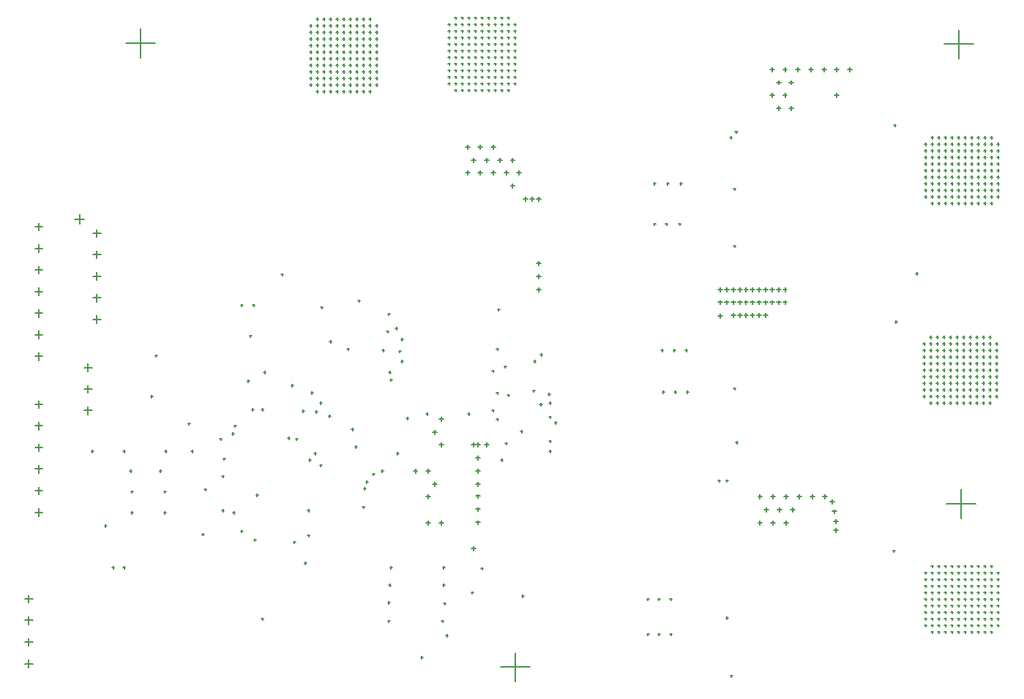
<source format=gbr>
%FSTAX23Y23*%
%MOIN*%
%SFA1B1*%

%IPPOS*%
%ADD123C,0.005000*%
%LNpcb_drillmap_1-1*%
%LPD*%
G54D123*
X06728Y0233D02*
X06861D01*
X06795Y02263D02*
Y02396D01*
X06718Y04425D02*
X06851D01*
X06785Y04358D02*
Y04491D01*
X04698Y01585D02*
X04831D01*
X04765Y01518D02*
Y01651D01*
X02993Y0443D02*
X03126D01*
X0306Y04363D02*
Y04496D01*
X02577Y02291D02*
X02612D01*
X02595Y02273D02*
Y02309D01*
X02577Y0239D02*
X02612D01*
X02595Y02372D02*
Y02407D01*
X02577Y02488D02*
X02612D01*
X02595Y0247D02*
Y02506D01*
X02577Y02586D02*
X02612D01*
X02595Y02569D02*
Y02604D01*
X02577Y02685D02*
X02612D01*
X02595Y02667D02*
Y02703D01*
X02577Y02783D02*
X02612D01*
X02595Y02765D02*
Y02801D01*
X02577Y03592D02*
X02612D01*
X02595Y03575D02*
Y0361D01*
X02577Y03494D02*
X02612D01*
X02595Y03476D02*
Y03512D01*
X02577Y03396D02*
X02612D01*
X02595Y03378D02*
Y03413D01*
X02577Y03297D02*
X02612D01*
X02595Y03279D02*
Y03315D01*
X02577Y03199D02*
X02612D01*
X02595Y03181D02*
Y03216D01*
X02577Y031D02*
X02612D01*
X02595Y03083D02*
Y03118D01*
X02577Y03002D02*
X02612D01*
X02595Y02984D02*
Y0302D01*
X02842Y03564D02*
X02877D01*
X0286Y03546D02*
Y03581D01*
X02842Y03465D02*
X02877D01*
X0286Y03448D02*
Y03483D01*
X02842Y03367D02*
X02877D01*
X0286Y03349D02*
Y03385D01*
X02842Y03268D02*
X02877D01*
X0286Y03251D02*
Y03286D01*
X02842Y0317D02*
X02877D01*
X0286Y03152D02*
Y03188D01*
X02759Y03627D02*
X02802D01*
X02781Y03605D02*
Y03648D01*
X02802Y02755D02*
X02837D01*
X0282Y02737D02*
Y02772D01*
X02802Y02853D02*
X02837D01*
X0282Y02835D02*
Y02871D01*
X02802Y02951D02*
X02837D01*
X0282Y02934D02*
Y02969D01*
X02532Y01896D02*
X02567D01*
X0255Y01879D02*
Y01914D01*
X02532Y01798D02*
X02567D01*
X0255Y0178D02*
Y01816D01*
X02532Y017D02*
X02567D01*
X0255Y01682D02*
Y01717D01*
X02532Y01601D02*
X02567D01*
X0255Y01583D02*
Y01619D01*
X03554Y03095D02*
X03565D01*
X0356Y03089D02*
Y031D01*
X03619Y0293D02*
X0363D01*
X03625Y02924D02*
Y02935D01*
X03834Y02837D02*
X03846D01*
X0384Y02831D02*
Y02843D01*
X03874Y0279D02*
X03885D01*
X0388Y02784D02*
Y02795D01*
X03794Y02752D02*
X03805D01*
X038Y02746D02*
Y02758D01*
X03854Y0275D02*
X03865D01*
X0386Y02744D02*
Y02755D01*
X03914Y0273D02*
X03925D01*
X0392Y02724D02*
Y02735D01*
X04194Y02895D02*
X04205D01*
X042Y02889D02*
Y029D01*
X04244Y0308D02*
X04255D01*
X0425Y03074D02*
Y03085D01*
X04679Y02835D02*
X0469D01*
X04685Y02829D02*
Y0284D01*
X04729Y02825D02*
X0474D01*
X04735Y02819D02*
Y0283D01*
X04659Y02755D02*
X0467D01*
X04665Y02749D02*
Y0276D01*
X04679Y02715D02*
X0469D01*
X04685Y02709D02*
Y0272D01*
X03349Y02395D02*
X0336D01*
X03355Y02389D02*
Y024D01*
X03429Y02455D02*
X0344D01*
X03435Y02449D02*
Y0246D01*
X04625Y02598D02*
X04645D01*
X04635Y02588D02*
Y02608D01*
X04566Y02598D02*
X04586D01*
X04576Y02588D02*
Y02608D01*
X05984Y03307D02*
X06003D01*
X05994Y03297D02*
Y03316D01*
X05954Y03248D02*
X05974D01*
X05964Y03238D02*
Y03257D01*
X05925Y03307D02*
X05944D01*
X05935Y03297D02*
Y03316D01*
X05895Y03248D02*
X05915D01*
X05905Y03238D02*
Y03257D01*
X05866Y03307D02*
X05885D01*
X05875Y03297D02*
Y03316D01*
X05836Y03248D02*
X05856D01*
X05846Y03238D02*
Y03257D01*
X05866Y03188D02*
X05885D01*
X05875Y03179D02*
Y03198D01*
X05807Y03307D02*
X05826D01*
X05816Y03297D02*
Y03316D01*
X05777Y03248D02*
X05797D01*
X05787Y03238D02*
Y03257D01*
X05807Y03188D02*
X05826D01*
X05816Y03179D02*
Y03198D01*
X05748Y03307D02*
X05767D01*
X05757Y03297D02*
Y03316D01*
X05718Y03248D02*
X05738D01*
X05728Y03238D02*
Y03257D01*
X05748Y03188D02*
X05767D01*
X05757Y03179D02*
Y03198D01*
X05688Y03307D02*
X05708D01*
X05698Y03297D02*
Y03316D01*
X04832Y0372D02*
X04852D01*
X04842Y0371D02*
Y0373D01*
X04862Y03425D02*
X04881D01*
X04872Y03415D02*
Y03435D01*
X04862Y03307D02*
X04881D01*
X04872Y03297D02*
Y03316D01*
X04773Y03838D02*
X04793D01*
X04783Y03828D02*
Y03848D01*
X04744Y03897D02*
X04763D01*
X04753Y03887D02*
Y03907D01*
X04714Y03838D02*
X04734D01*
X04724Y03828D02*
Y03848D01*
X04744Y03779D02*
X04763D01*
X04753Y03769D02*
Y03789D01*
X04655Y03956D02*
X04675D01*
X04665Y03946D02*
Y03966D01*
X04685Y03897D02*
X04704D01*
X04694Y03887D02*
Y03907D01*
X04655Y03838D02*
X04675D01*
X04665Y03828D02*
Y03848D01*
X04596Y03956D02*
X04616D01*
X04606Y03946D02*
Y03966D01*
X04625Y03897D02*
X04645D01*
X04635Y03887D02*
Y03907D01*
X04596Y03838D02*
X04616D01*
X04606Y03828D02*
Y03848D01*
X04537Y03956D02*
X04557D01*
X04547Y03946D02*
Y03966D01*
X04566Y03897D02*
X04586D01*
X04576Y03887D02*
Y03907D01*
X04537Y03838D02*
X04557D01*
X04547Y03828D02*
Y03848D01*
X04566Y02125D02*
X04586D01*
X04576Y02116D02*
Y02135D01*
X03274Y02695D02*
X03285D01*
X0328Y02689D02*
Y027D01*
X03434Y02535D02*
X03445D01*
X0344Y02529D02*
Y0254D01*
X03289Y0257D02*
X033D01*
X03294Y02564D02*
Y02575D01*
X03584Y0237D02*
X03595D01*
X0359Y02364D02*
Y02375D01*
X03574Y02165D02*
X03585D01*
X0358Y02159D02*
Y0217D01*
X03819Y02185D02*
X0383D01*
X03825Y02179D02*
Y0219D01*
X03429Y023D02*
X0344D01*
X03435Y02294D02*
Y02305D01*
X02834Y0257D02*
X02845D01*
X0284Y02564D02*
Y02575D01*
X02894Y0223D02*
X02905D01*
X029Y02224D02*
Y02235D01*
X03544Y0289D02*
X03555D01*
X0355Y02884D02*
Y02895D01*
X04449Y0173D02*
X0446D01*
X04455Y01724D02*
Y01735D01*
X04234Y03025D02*
X04245D01*
X0424Y03019D02*
Y0303D01*
X03879Y03225D02*
X0389D01*
X03885Y03219D02*
Y0323D01*
X03999Y03035D02*
X0401D01*
X04005Y03029D02*
Y0304D01*
X03919Y0307D02*
X0393D01*
X03925Y03064D02*
Y03075D01*
X04564Y01925D02*
X04575D01*
X0457Y01919D02*
Y0193D01*
X04334Y0163D02*
X04345D01*
X0434Y01624D02*
Y01635D01*
X03699Y03375D02*
X0371D01*
X03705Y03369D02*
Y0338D01*
X03514Y03235D02*
X03525D01*
X0352Y03229D02*
Y0324D01*
X03569Y03235D02*
X0358D01*
X03575Y03229D02*
Y0324D01*
X03124Y03005D02*
X03135D01*
X0313Y02999D02*
Y0301D01*
X03104Y0282D02*
X03115D01*
X0311Y02814D02*
Y02825D01*
X03337Y02191D02*
X03349D01*
X03343Y02185D02*
Y02197D01*
X03804Y0206D02*
X03815D01*
X0381Y02054D02*
Y02065D01*
X03609Y01805D02*
X0362D01*
X03615Y01799D02*
Y0181D01*
X03919Y0445D02*
X0393D01*
X03925Y04444D02*
Y04455D01*
X03949Y0445D02*
X0396D01*
X03955Y04444D02*
Y04455D01*
X03979Y0445D02*
X0399D01*
X03985Y04444D02*
Y04455D01*
X04009Y0445D02*
X0402D01*
X04015Y04444D02*
Y04455D01*
X04039Y0445D02*
X0405D01*
X04045Y04444D02*
Y04455D01*
X04039Y0442D02*
X0405D01*
X04045Y04414D02*
Y04425D01*
X04009Y0442D02*
X0402D01*
X04015Y04414D02*
Y04425D01*
X03979Y0442D02*
X0399D01*
X03985Y04414D02*
Y04425D01*
X03949Y0442D02*
X0396D01*
X03955Y04414D02*
Y04425D01*
X03919Y0442D02*
X0393D01*
X03925Y04414D02*
Y04425D01*
X03919Y0439D02*
X0393D01*
X03925Y04384D02*
Y04395D01*
X03949Y0439D02*
X0396D01*
X03955Y04384D02*
Y04395D01*
X03979Y0439D02*
X0399D01*
X03985Y04384D02*
Y04395D01*
X04009Y0439D02*
X0402D01*
X04015Y04384D02*
Y04395D01*
X04039Y0439D02*
X0405D01*
X04045Y04384D02*
Y04395D01*
X04039Y0436D02*
X0405D01*
X04045Y04354D02*
Y04365D01*
X04009Y0436D02*
X0402D01*
X04015Y04354D02*
Y04365D01*
X03979Y0436D02*
X0399D01*
X03985Y04354D02*
Y04365D01*
X03949Y0436D02*
X0396D01*
X03955Y04354D02*
Y04365D01*
X03919Y0436D02*
X0393D01*
X03925Y04354D02*
Y04365D01*
X03919Y0433D02*
X0393D01*
X03925Y04324D02*
Y04335D01*
X03949Y0433D02*
X0396D01*
X03955Y04324D02*
Y04335D01*
X03979Y0433D02*
X0399D01*
X03985Y04324D02*
Y04335D01*
X04009Y0433D02*
X0402D01*
X04015Y04324D02*
Y04335D01*
X04039Y0433D02*
X0405D01*
X04045Y04324D02*
Y04335D01*
X04039Y043D02*
X0405D01*
X04045Y04294D02*
Y04305D01*
X04009Y043D02*
X0402D01*
X04015Y04294D02*
Y04305D01*
X03979Y043D02*
X0399D01*
X03985Y04294D02*
Y04305D01*
X03949Y043D02*
X0396D01*
X03955Y04294D02*
Y04305D01*
X03919Y043D02*
X0393D01*
X03925Y04294D02*
Y04305D01*
X03919Y0427D02*
X0393D01*
X03925Y04264D02*
Y04275D01*
X03949Y0427D02*
X0396D01*
X03955Y04264D02*
Y04275D01*
X03979Y0427D02*
X0399D01*
X03985Y04264D02*
Y04275D01*
X04009Y0427D02*
X0402D01*
X04015Y04264D02*
Y04275D01*
X04039Y0427D02*
X0405D01*
X04045Y04264D02*
Y04275D01*
X04039Y0424D02*
X0405D01*
X04045Y04234D02*
Y04245D01*
X04009Y0424D02*
X0402D01*
X04015Y04234D02*
Y04245D01*
X03979Y0424D02*
X0399D01*
X03985Y04234D02*
Y04245D01*
X03949Y0424D02*
X0396D01*
X03955Y04234D02*
Y04245D01*
X03919Y0424D02*
X0393D01*
X03925Y04234D02*
Y04245D01*
X03919Y0421D02*
X0393D01*
X03925Y04204D02*
Y04215D01*
X03949Y0421D02*
X0396D01*
X03955Y04204D02*
Y04215D01*
X03979Y0421D02*
X0399D01*
X03985Y04204D02*
Y04215D01*
X04009Y0421D02*
X0402D01*
X04015Y04204D02*
Y04215D01*
X04039Y0421D02*
X0405D01*
X04045Y04204D02*
Y04215D01*
X04039Y0448D02*
X0405D01*
X04045Y04474D02*
Y04485D01*
X04009Y0448D02*
X0402D01*
X04015Y04474D02*
Y04485D01*
X03979Y0448D02*
X0399D01*
X03985Y04474D02*
Y04485D01*
X03949Y0448D02*
X0396D01*
X03955Y04474D02*
Y04485D01*
X03919Y0448D02*
X0393D01*
X03925Y04474D02*
Y04485D01*
X03919Y0451D02*
X0393D01*
X03925Y04504D02*
Y04515D01*
X03949Y0451D02*
X0396D01*
X03955Y04504D02*
Y04515D01*
X03979Y0451D02*
X0399D01*
X03985Y04504D02*
Y04515D01*
X04009Y0451D02*
X0402D01*
X04015Y04504D02*
Y04515D01*
X04039Y0454D02*
X0405D01*
X04045Y04534D02*
Y04545D01*
X04009Y0454D02*
X0402D01*
X04015Y04534D02*
Y04545D01*
X03979Y0454D02*
X0399D01*
X03985Y04534D02*
Y04545D01*
X03949Y0454D02*
X0396D01*
X03955Y04534D02*
Y04545D01*
X03919Y0454D02*
X0393D01*
X03925Y04534D02*
Y04545D01*
X04039Y0451D02*
X0405D01*
X04045Y04504D02*
Y04515D01*
X04069Y0454D02*
X0408D01*
X04075Y04534D02*
Y04545D01*
X04069Y0451D02*
X0408D01*
X04075Y04504D02*
Y04515D01*
X04069Y0448D02*
X0408D01*
X04075Y04474D02*
Y04485D01*
X04069Y0445D02*
X0408D01*
X04075Y04444D02*
Y04455D01*
X04069Y0442D02*
X0408D01*
X04075Y04414D02*
Y04425D01*
X04069Y0439D02*
X0408D01*
X04075Y04384D02*
Y04395D01*
X04069Y0436D02*
X0408D01*
X04075Y04354D02*
Y04365D01*
X04069Y0433D02*
X0408D01*
X04075Y04324D02*
Y04335D01*
X04069Y043D02*
X0408D01*
X04075Y04294D02*
Y04305D01*
X04069Y0427D02*
X0408D01*
X04075Y04264D02*
Y04275D01*
X04069Y0424D02*
X0408D01*
X04075Y04234D02*
Y04245D01*
X04069Y0421D02*
X0408D01*
X04075Y04204D02*
Y04215D01*
X04099Y0454D02*
X0411D01*
X04105Y04534D02*
Y04545D01*
X04099Y0451D02*
X0411D01*
X04105Y04504D02*
Y04515D01*
X04099Y0448D02*
X0411D01*
X04105Y04474D02*
Y04485D01*
X04099Y0445D02*
X0411D01*
X04105Y04444D02*
Y04455D01*
X04099Y0442D02*
X0411D01*
X04105Y04414D02*
Y04425D01*
X04099Y0439D02*
X0411D01*
X04105Y04384D02*
Y04395D01*
X04099Y0436D02*
X0411D01*
X04105Y04354D02*
Y04365D01*
X04099Y0433D02*
X0411D01*
X04105Y04324D02*
Y04335D01*
X04099Y043D02*
X0411D01*
X04105Y04294D02*
Y04305D01*
X04099Y0427D02*
X0411D01*
X04105Y04264D02*
Y04275D01*
X04099Y0424D02*
X0411D01*
X04105Y04234D02*
Y04245D01*
X04099Y0421D02*
X0411D01*
X04105Y04204D02*
Y04215D01*
X04129Y0451D02*
X0414D01*
X04135Y04504D02*
Y04515D01*
X04129Y0448D02*
X0414D01*
X04135Y04474D02*
Y04485D01*
X04129Y0445D02*
X0414D01*
X04135Y04444D02*
Y04455D01*
X04129Y0442D02*
X0414D01*
X04135Y04414D02*
Y04425D01*
X04129Y0439D02*
X0414D01*
X04135Y04384D02*
Y04395D01*
X04129Y0436D02*
X0414D01*
X04135Y04354D02*
Y04365D01*
X04129Y0433D02*
X0414D01*
X04135Y04324D02*
Y04335D01*
X04129Y043D02*
X0414D01*
X04135Y04294D02*
Y04305D01*
X04129Y0427D02*
X0414D01*
X04135Y04264D02*
Y04275D01*
X04129Y0424D02*
X0414D01*
X04135Y04234D02*
Y04245D01*
X03889Y0421D02*
X039D01*
X03895Y04204D02*
Y04215D01*
X03889Y0424D02*
X039D01*
X03895Y04234D02*
Y04245D01*
X03889Y0427D02*
X039D01*
X03895Y04264D02*
Y04275D01*
X03889Y043D02*
X039D01*
X03895Y04294D02*
Y04305D01*
X03889Y0433D02*
X039D01*
X03895Y04324D02*
Y04335D01*
X03889Y0436D02*
X039D01*
X03895Y04354D02*
Y04365D01*
X03889Y0439D02*
X039D01*
X03895Y04384D02*
Y04395D01*
X03889Y0442D02*
X039D01*
X03895Y04414D02*
Y04425D01*
X03889Y0445D02*
X039D01*
X03895Y04444D02*
Y04455D01*
X03889Y0448D02*
X039D01*
X03895Y04474D02*
Y04485D01*
X03889Y0451D02*
X039D01*
X03895Y04504D02*
Y04515D01*
X03889Y0454D02*
X039D01*
X03895Y04534D02*
Y04545D01*
X03859Y0454D02*
X0387D01*
X03865Y04534D02*
Y04545D01*
X03859Y0451D02*
X0387D01*
X03865Y04504D02*
Y04515D01*
X03859Y0448D02*
X0387D01*
X03865Y04474D02*
Y04485D01*
X03859Y0445D02*
X0387D01*
X03865Y04444D02*
Y04455D01*
X03859Y0442D02*
X0387D01*
X03865Y04414D02*
Y04425D01*
X03859Y0439D02*
X0387D01*
X03865Y04384D02*
Y04395D01*
X03859Y0436D02*
X0387D01*
X03865Y04354D02*
Y04365D01*
X03859Y0433D02*
X0387D01*
X03865Y04324D02*
Y04335D01*
X03859Y043D02*
X0387D01*
X03865Y04294D02*
Y04305D01*
X03859Y0427D02*
X0387D01*
X03865Y04264D02*
Y04275D01*
X03859Y0424D02*
X0387D01*
X03865Y04234D02*
Y04245D01*
X03859Y0421D02*
X0387D01*
X03865Y04204D02*
Y04215D01*
X03829Y0424D02*
X0384D01*
X03835Y04234D02*
Y04245D01*
X03829Y0427D02*
X0384D01*
X03835Y04264D02*
Y04275D01*
X03829Y043D02*
X0384D01*
X03835Y04294D02*
Y04305D01*
X03829Y0433D02*
X0384D01*
X03835Y04324D02*
Y04335D01*
X03829Y0436D02*
X0384D01*
X03835Y04354D02*
Y04365D01*
X03829Y0439D02*
X0384D01*
X03835Y04384D02*
Y04395D01*
X03829Y0442D02*
X0384D01*
X03835Y04414D02*
Y04425D01*
X03829Y0445D02*
X0384D01*
X03835Y04444D02*
Y04455D01*
X03829Y0448D02*
X0384D01*
X03835Y04474D02*
Y04485D01*
X03829Y0451D02*
X0384D01*
X03835Y04504D02*
Y04515D01*
X04459Y04515D02*
X0447D01*
X04465Y04509D02*
Y0452D01*
X04459Y04485D02*
X0447D01*
X04465Y04479D02*
Y0449D01*
X04459Y04455D02*
X0447D01*
X04465Y04449D02*
Y0446D01*
X04459Y04425D02*
X0447D01*
X04465Y04419D02*
Y0443D01*
X04459Y04395D02*
X0447D01*
X04465Y04389D02*
Y044D01*
X04459Y04365D02*
X0447D01*
X04465Y04359D02*
Y0437D01*
X04459Y04335D02*
X0447D01*
X04465Y04329D02*
Y0434D01*
X04459Y04305D02*
X0447D01*
X04465Y04299D02*
Y0431D01*
X04459Y04275D02*
X0447D01*
X04465Y04269D02*
Y0428D01*
X04459Y04245D02*
X0447D01*
X04465Y04239D02*
Y0425D01*
X04489Y04215D02*
X045D01*
X04495Y04209D02*
Y0422D01*
X04489Y04245D02*
X045D01*
X04495Y04239D02*
Y0425D01*
X04489Y04275D02*
X045D01*
X04495Y04269D02*
Y0428D01*
X04489Y04305D02*
X045D01*
X04495Y04299D02*
Y0431D01*
X04489Y04335D02*
X045D01*
X04495Y04329D02*
Y0434D01*
X04489Y04365D02*
X045D01*
X04495Y04359D02*
Y0437D01*
X04489Y04395D02*
X045D01*
X04495Y04389D02*
Y044D01*
X04489Y04425D02*
X045D01*
X04495Y04419D02*
Y0443D01*
X04489Y04455D02*
X045D01*
X04495Y04449D02*
Y0446D01*
X04489Y04485D02*
X045D01*
X04495Y04479D02*
Y0449D01*
X04489Y04515D02*
X045D01*
X04495Y04509D02*
Y0452D01*
X04489Y04545D02*
X045D01*
X04495Y04539D02*
Y0455D01*
X04519Y04545D02*
X0453D01*
X04525Y04539D02*
Y0455D01*
X04519Y04515D02*
X0453D01*
X04525Y04509D02*
Y0452D01*
X04519Y04485D02*
X0453D01*
X04525Y04479D02*
Y0449D01*
X04519Y04455D02*
X0453D01*
X04525Y04449D02*
Y0446D01*
X04519Y04425D02*
X0453D01*
X04525Y04419D02*
Y0443D01*
X04519Y04395D02*
X0453D01*
X04525Y04389D02*
Y044D01*
X04519Y04365D02*
X0453D01*
X04525Y04359D02*
Y0437D01*
X04519Y04335D02*
X0453D01*
X04525Y04329D02*
Y0434D01*
X04519Y04305D02*
X0453D01*
X04525Y04299D02*
Y0431D01*
X04519Y04275D02*
X0453D01*
X04525Y04269D02*
Y0428D01*
X04519Y04245D02*
X0453D01*
X04525Y04239D02*
Y0425D01*
X04519Y04215D02*
X0453D01*
X04525Y04209D02*
Y0422D01*
X04759Y04245D02*
X0477D01*
X04765Y04239D02*
Y0425D01*
X04759Y04275D02*
X0477D01*
X04765Y04269D02*
Y0428D01*
X04759Y04305D02*
X0477D01*
X04765Y04299D02*
Y0431D01*
X04759Y04335D02*
X0477D01*
X04765Y04329D02*
Y0434D01*
X04759Y04365D02*
X0477D01*
X04765Y04359D02*
Y0437D01*
X04759Y04395D02*
X0477D01*
X04765Y04389D02*
Y044D01*
X04759Y04425D02*
X0477D01*
X04765Y04419D02*
Y0443D01*
X04759Y04455D02*
X0477D01*
X04765Y04449D02*
Y0446D01*
X04759Y04485D02*
X0477D01*
X04765Y04479D02*
Y0449D01*
X04759Y04515D02*
X0477D01*
X04765Y04509D02*
Y0452D01*
X04729Y04215D02*
X0474D01*
X04735Y04209D02*
Y0422D01*
X04729Y04245D02*
X0474D01*
X04735Y04239D02*
Y0425D01*
X04729Y04275D02*
X0474D01*
X04735Y04269D02*
Y0428D01*
X04729Y04305D02*
X0474D01*
X04735Y04299D02*
Y0431D01*
X04729Y04335D02*
X0474D01*
X04735Y04329D02*
Y0434D01*
X04729Y04365D02*
X0474D01*
X04735Y04359D02*
Y0437D01*
X04729Y04395D02*
X0474D01*
X04735Y04389D02*
Y044D01*
X04729Y04425D02*
X0474D01*
X04735Y04419D02*
Y0443D01*
X04729Y04455D02*
X0474D01*
X04735Y04449D02*
Y0446D01*
X04729Y04485D02*
X0474D01*
X04735Y04479D02*
Y0449D01*
X04729Y04515D02*
X0474D01*
X04735Y04509D02*
Y0452D01*
X04729Y04545D02*
X0474D01*
X04735Y04539D02*
Y0455D01*
X04699Y04215D02*
X0471D01*
X04705Y04209D02*
Y0422D01*
X04699Y04245D02*
X0471D01*
X04705Y04239D02*
Y0425D01*
X04699Y04275D02*
X0471D01*
X04705Y04269D02*
Y0428D01*
X04699Y04305D02*
X0471D01*
X04705Y04299D02*
Y0431D01*
X04699Y04335D02*
X0471D01*
X04705Y04329D02*
Y0434D01*
X04699Y04365D02*
X0471D01*
X04705Y04359D02*
Y0437D01*
X04699Y04395D02*
X0471D01*
X04705Y04389D02*
Y044D01*
X04699Y04425D02*
X0471D01*
X04705Y04419D02*
Y0443D01*
X04699Y04455D02*
X0471D01*
X04705Y04449D02*
Y0446D01*
X04699Y04485D02*
X0471D01*
X04705Y04479D02*
Y0449D01*
X04699Y04515D02*
X0471D01*
X04705Y04509D02*
Y0452D01*
X04699Y04545D02*
X0471D01*
X04705Y04539D02*
Y0455D01*
X04669Y04515D02*
X0468D01*
X04675Y04509D02*
Y0452D01*
X04549Y04545D02*
X0456D01*
X04555Y04539D02*
Y0455D01*
X04579Y04545D02*
X0459D01*
X04585Y04539D02*
Y0455D01*
X04609Y04545D02*
X0462D01*
X04615Y04539D02*
Y0455D01*
X04639Y04545D02*
X0465D01*
X04645Y04539D02*
Y0455D01*
X04669Y04545D02*
X0468D01*
X04675Y04539D02*
Y0455D01*
X04639Y04515D02*
X0465D01*
X04645Y04509D02*
Y0452D01*
X04609Y04515D02*
X0462D01*
X04615Y04509D02*
Y0452D01*
X04579Y04515D02*
X0459D01*
X04585Y04509D02*
Y0452D01*
X04549Y04515D02*
X0456D01*
X04555Y04509D02*
Y0452D01*
X04549Y04485D02*
X0456D01*
X04555Y04479D02*
Y0449D01*
X04579Y04485D02*
X0459D01*
X04585Y04479D02*
Y0449D01*
X04609Y04485D02*
X0462D01*
X04615Y04479D02*
Y0449D01*
X04639Y04485D02*
X0465D01*
X04645Y04479D02*
Y0449D01*
X04669Y04485D02*
X0468D01*
X04675Y04479D02*
Y0449D01*
X04669Y04215D02*
X0468D01*
X04675Y04209D02*
Y0422D01*
X04639Y04215D02*
X0465D01*
X04645Y04209D02*
Y0422D01*
X04609Y04215D02*
X0462D01*
X04615Y04209D02*
Y0422D01*
X04579Y04215D02*
X0459D01*
X04585Y04209D02*
Y0422D01*
X04549Y04215D02*
X0456D01*
X04555Y04209D02*
Y0422D01*
X04549Y04245D02*
X0456D01*
X04555Y04239D02*
Y0425D01*
X04579Y04245D02*
X0459D01*
X04585Y04239D02*
Y0425D01*
X04609Y04245D02*
X0462D01*
X04615Y04239D02*
Y0425D01*
X04639Y04245D02*
X0465D01*
X04645Y04239D02*
Y0425D01*
X04669Y04245D02*
X0468D01*
X04675Y04239D02*
Y0425D01*
X04669Y04275D02*
X0468D01*
X04675Y04269D02*
Y0428D01*
X04639Y04275D02*
X0465D01*
X04645Y04269D02*
Y0428D01*
X04609Y04275D02*
X0462D01*
X04615Y04269D02*
Y0428D01*
X04579Y04275D02*
X0459D01*
X04585Y04269D02*
Y0428D01*
X04549Y04275D02*
X0456D01*
X04555Y04269D02*
Y0428D01*
X04549Y04305D02*
X0456D01*
X04555Y04299D02*
Y0431D01*
X04579Y04305D02*
X0459D01*
X04585Y04299D02*
Y0431D01*
X04609Y04305D02*
X0462D01*
X04615Y04299D02*
Y0431D01*
X04639Y04305D02*
X0465D01*
X04645Y04299D02*
Y0431D01*
X04669Y04305D02*
X0468D01*
X04675Y04299D02*
Y0431D01*
X04669Y04335D02*
X0468D01*
X04675Y04329D02*
Y0434D01*
X04639Y04335D02*
X0465D01*
X04645Y04329D02*
Y0434D01*
X04609Y04335D02*
X0462D01*
X04615Y04329D02*
Y0434D01*
X04579Y04335D02*
X0459D01*
X04585Y04329D02*
Y0434D01*
X04549Y04335D02*
X0456D01*
X04555Y04329D02*
Y0434D01*
X04549Y04365D02*
X0456D01*
X04555Y04359D02*
Y0437D01*
X04579Y04365D02*
X0459D01*
X04585Y04359D02*
Y0437D01*
X04609Y04365D02*
X0462D01*
X04615Y04359D02*
Y0437D01*
X04639Y04365D02*
X0465D01*
X04645Y04359D02*
Y0437D01*
X04669Y04365D02*
X0468D01*
X04675Y04359D02*
Y0437D01*
X04669Y04395D02*
X0468D01*
X04675Y04389D02*
Y044D01*
X04639Y04395D02*
X0465D01*
X04645Y04389D02*
Y044D01*
X04609Y04395D02*
X0462D01*
X04615Y04389D02*
Y044D01*
X04579Y04395D02*
X0459D01*
X04585Y04389D02*
Y044D01*
X04549Y04395D02*
X0456D01*
X04555Y04389D02*
Y044D01*
X04549Y04425D02*
X0456D01*
X04555Y04419D02*
Y0443D01*
X04579Y04425D02*
X0459D01*
X04585Y04419D02*
Y0443D01*
X04609Y04425D02*
X0462D01*
X04615Y04419D02*
Y0443D01*
X04639Y04425D02*
X0465D01*
X04645Y04419D02*
Y0443D01*
X04669Y04425D02*
X0468D01*
X04675Y04419D02*
Y0443D01*
X04669Y04455D02*
X0468D01*
X04675Y04449D02*
Y0446D01*
X04639Y04455D02*
X0465D01*
X04645Y04449D02*
Y0446D01*
X04609Y04455D02*
X0462D01*
X04615Y04449D02*
Y0446D01*
X04579Y04455D02*
X0459D01*
X04585Y04449D02*
Y0446D01*
X04549Y04455D02*
X0456D01*
X04555Y04449D02*
Y0446D01*
X06719Y0379D02*
X0673D01*
X06725Y03784D02*
Y03795D01*
X06719Y0382D02*
X0673D01*
X06725Y03814D02*
Y03825D01*
X06719Y0385D02*
X0673D01*
X06725Y03844D02*
Y03855D01*
X06719Y0388D02*
X0673D01*
X06725Y03874D02*
Y03885D01*
X06719Y0391D02*
X0673D01*
X06725Y03904D02*
Y03915D01*
X06749Y0391D02*
X0676D01*
X06755Y03904D02*
Y03915D01*
X06749Y0388D02*
X0676D01*
X06755Y03874D02*
Y03885D01*
X06749Y0385D02*
X0676D01*
X06755Y03844D02*
Y03855D01*
X06749Y0382D02*
X0676D01*
X06755Y03814D02*
Y03825D01*
X06749Y0379D02*
X0676D01*
X06755Y03784D02*
Y03795D01*
X06779Y0379D02*
X0679D01*
X06785Y03784D02*
Y03795D01*
X06779Y0382D02*
X0679D01*
X06785Y03814D02*
Y03825D01*
X06779Y0385D02*
X0679D01*
X06785Y03844D02*
Y03855D01*
X06779Y0388D02*
X0679D01*
X06785Y03874D02*
Y03885D01*
X06779Y0391D02*
X0679D01*
X06785Y03904D02*
Y03915D01*
X06809Y0391D02*
X0682D01*
X06815Y03904D02*
Y03915D01*
X06809Y0388D02*
X0682D01*
X06815Y03874D02*
Y03885D01*
X06809Y0385D02*
X0682D01*
X06815Y03844D02*
Y03855D01*
X06809Y0382D02*
X0682D01*
X06815Y03814D02*
Y03825D01*
X06809Y0379D02*
X0682D01*
X06815Y03784D02*
Y03795D01*
X06839Y0379D02*
X0685D01*
X06845Y03784D02*
Y03795D01*
X06839Y0382D02*
X0685D01*
X06845Y03814D02*
Y03825D01*
X06839Y0385D02*
X0685D01*
X06845Y03844D02*
Y03855D01*
X06839Y0388D02*
X0685D01*
X06845Y03874D02*
Y03885D01*
X06839Y0391D02*
X0685D01*
X06845Y03904D02*
Y03915D01*
X06869Y0391D02*
X0688D01*
X06875Y03904D02*
Y03915D01*
X06869Y0388D02*
X0688D01*
X06875Y03874D02*
Y03885D01*
X06869Y0385D02*
X0688D01*
X06875Y03844D02*
Y03855D01*
X06869Y0382D02*
X0688D01*
X06875Y03814D02*
Y03825D01*
X06869Y0379D02*
X0688D01*
X06875Y03784D02*
Y03795D01*
X06899Y0379D02*
X0691D01*
X06905Y03784D02*
Y03795D01*
X06899Y0382D02*
X0691D01*
X06905Y03814D02*
Y03825D01*
X06899Y0385D02*
X0691D01*
X06905Y03844D02*
Y03855D01*
X06899Y0388D02*
X0691D01*
X06905Y03874D02*
Y03885D01*
X06899Y0391D02*
X0691D01*
X06905Y03904D02*
Y03915D01*
X06929Y0391D02*
X0694D01*
X06935Y03904D02*
Y03915D01*
X06929Y0388D02*
X0694D01*
X06935Y03874D02*
Y03885D01*
X06929Y0385D02*
X0694D01*
X06935Y03844D02*
Y03855D01*
X06929Y0382D02*
X0694D01*
X06935Y03814D02*
Y03825D01*
X06929Y0379D02*
X0694D01*
X06935Y03784D02*
Y03795D01*
X06959Y0379D02*
X0697D01*
X06965Y03784D02*
Y03795D01*
X06959Y0382D02*
X0697D01*
X06965Y03814D02*
Y03825D01*
X06959Y0385D02*
X0697D01*
X06965Y03844D02*
Y03855D01*
X06959Y0388D02*
X0697D01*
X06965Y03874D02*
Y03885D01*
X06959Y0391D02*
X0697D01*
X06965Y03904D02*
Y03915D01*
X06689Y0391D02*
X067D01*
X06695Y03904D02*
Y03915D01*
X06689Y0388D02*
X067D01*
X06695Y03874D02*
Y03885D01*
X06689Y0385D02*
X067D01*
X06695Y03844D02*
Y03855D01*
X06689Y0382D02*
X067D01*
X06695Y03814D02*
Y03825D01*
X06689Y0379D02*
X067D01*
X06695Y03784D02*
Y03795D01*
X06659Y0379D02*
X0667D01*
X06665Y03784D02*
Y03795D01*
X06659Y0382D02*
X0667D01*
X06665Y03814D02*
Y03825D01*
X06659Y0385D02*
X0667D01*
X06665Y03844D02*
Y03855D01*
X06659Y0388D02*
X0667D01*
X06665Y03874D02*
Y03885D01*
X06629Y0391D02*
X0664D01*
X06635Y03904D02*
Y03915D01*
X06629Y0388D02*
X0664D01*
X06635Y03874D02*
Y03885D01*
X06629Y0385D02*
X0664D01*
X06635Y03844D02*
Y03855D01*
X06629Y0382D02*
X0664D01*
X06635Y03814D02*
Y03825D01*
X06629Y0379D02*
X0664D01*
X06635Y03784D02*
Y03795D01*
X06659Y0391D02*
X0667D01*
X06665Y03904D02*
Y03915D01*
X06629Y0394D02*
X0664D01*
X06635Y03934D02*
Y03945D01*
X06659Y0394D02*
X0667D01*
X06665Y03934D02*
Y03945D01*
X06689Y0394D02*
X067D01*
X06695Y03934D02*
Y03945D01*
X06719Y0394D02*
X0673D01*
X06725Y03934D02*
Y03945D01*
X06749Y0394D02*
X0676D01*
X06755Y03934D02*
Y03945D01*
X06779Y0394D02*
X0679D01*
X06785Y03934D02*
Y03945D01*
X06809Y0394D02*
X0682D01*
X06815Y03934D02*
Y03945D01*
X06839Y0394D02*
X0685D01*
X06845Y03934D02*
Y03945D01*
X06869Y0394D02*
X0688D01*
X06875Y03934D02*
Y03945D01*
X06899Y0394D02*
X0691D01*
X06905Y03934D02*
Y03945D01*
X06929Y0394D02*
X0694D01*
X06935Y03934D02*
Y03945D01*
X06959Y0394D02*
X0697D01*
X06965Y03934D02*
Y03945D01*
X06629Y0397D02*
X0664D01*
X06635Y03964D02*
Y03975D01*
X06659Y0397D02*
X0667D01*
X06665Y03964D02*
Y03975D01*
X06689Y0397D02*
X067D01*
X06695Y03964D02*
Y03975D01*
X06719Y0397D02*
X0673D01*
X06725Y03964D02*
Y03975D01*
X06749Y0397D02*
X0676D01*
X06755Y03964D02*
Y03975D01*
X06779Y0397D02*
X0679D01*
X06785Y03964D02*
Y03975D01*
X06809Y0397D02*
X0682D01*
X06815Y03964D02*
Y03975D01*
X06839Y0397D02*
X0685D01*
X06845Y03964D02*
Y03975D01*
X06869Y0397D02*
X0688D01*
X06875Y03964D02*
Y03975D01*
X06899Y0397D02*
X0691D01*
X06905Y03964D02*
Y03975D01*
X06929Y0397D02*
X0694D01*
X06935Y03964D02*
Y03975D01*
X06959Y0397D02*
X0697D01*
X06965Y03964D02*
Y03975D01*
X06659Y04D02*
X0667D01*
X06665Y03994D02*
Y04005D01*
X06689Y04D02*
X067D01*
X06695Y03994D02*
Y04005D01*
X06719Y04D02*
X0673D01*
X06725Y03994D02*
Y04005D01*
X06749Y04D02*
X0676D01*
X06755Y03994D02*
Y04005D01*
X06779Y04D02*
X0679D01*
X06785Y03994D02*
Y04005D01*
X06809Y04D02*
X0682D01*
X06815Y03994D02*
Y04005D01*
X06839Y04D02*
X0685D01*
X06845Y03994D02*
Y04005D01*
X06869Y04D02*
X0688D01*
X06875Y03994D02*
Y04005D01*
X06899Y04D02*
X0691D01*
X06905Y03994D02*
Y04005D01*
X06929Y04D02*
X0694D01*
X06935Y03994D02*
Y04005D01*
X06959Y0376D02*
X0697D01*
X06965Y03754D02*
Y03765D01*
X06929Y0376D02*
X0694D01*
X06935Y03754D02*
Y03765D01*
X06899Y0376D02*
X0691D01*
X06905Y03754D02*
Y03765D01*
X06869Y0376D02*
X0688D01*
X06875Y03754D02*
Y03765D01*
X06839Y0376D02*
X0685D01*
X06845Y03754D02*
Y03765D01*
X06809Y0376D02*
X0682D01*
X06815Y03754D02*
Y03765D01*
X06779Y0376D02*
X0679D01*
X06785Y03754D02*
Y03765D01*
X06749Y0376D02*
X0676D01*
X06755Y03754D02*
Y03765D01*
X06719Y0376D02*
X0673D01*
X06725Y03754D02*
Y03765D01*
X06689Y0376D02*
X067D01*
X06695Y03754D02*
Y03765D01*
X06659Y0376D02*
X0667D01*
X06665Y03754D02*
Y03765D01*
X06629Y0376D02*
X0664D01*
X06635Y03754D02*
Y03765D01*
X06629Y0373D02*
X0664D01*
X06635Y03724D02*
Y03735D01*
X06659Y0373D02*
X0667D01*
X06665Y03724D02*
Y03735D01*
X06689Y0373D02*
X067D01*
X06695Y03724D02*
Y03735D01*
X06719Y0373D02*
X0673D01*
X06725Y03724D02*
Y03735D01*
X06749Y0373D02*
X0676D01*
X06755Y03724D02*
Y03735D01*
X06779Y0373D02*
X0679D01*
X06785Y03724D02*
Y03735D01*
X06809Y0373D02*
X0682D01*
X06815Y03724D02*
Y03735D01*
X06839Y0373D02*
X0685D01*
X06845Y03724D02*
Y03735D01*
X06869Y0373D02*
X0688D01*
X06875Y03724D02*
Y03735D01*
X06899Y0373D02*
X0691D01*
X06905Y03724D02*
Y03735D01*
X06929Y0373D02*
X0694D01*
X06935Y03724D02*
Y03735D01*
X06959Y0373D02*
X0697D01*
X06965Y03724D02*
Y03735D01*
X06929Y037D02*
X0694D01*
X06935Y03694D02*
Y03705D01*
X06899Y037D02*
X0691D01*
X06905Y03694D02*
Y03705D01*
X06869Y037D02*
X0688D01*
X06875Y03694D02*
Y03705D01*
X06839Y037D02*
X0685D01*
X06845Y03694D02*
Y03705D01*
X06809Y037D02*
X0682D01*
X06815Y03694D02*
Y03705D01*
X06779Y037D02*
X0679D01*
X06785Y03694D02*
Y03705D01*
X06749Y037D02*
X0676D01*
X06755Y03694D02*
Y03705D01*
X06719Y037D02*
X0673D01*
X06725Y03694D02*
Y03705D01*
X06689Y037D02*
X067D01*
X06695Y03694D02*
Y03705D01*
X06659Y037D02*
X0667D01*
X06665Y03694D02*
Y03705D01*
X06651Y0279D02*
X06663D01*
X06657Y02784D02*
Y02795D01*
X06681Y0279D02*
X06693D01*
X06687Y02784D02*
Y02795D01*
X06711Y0279D02*
X06723D01*
X06717Y02784D02*
Y02795D01*
X06741Y0279D02*
X06753D01*
X06747Y02784D02*
Y02795D01*
X06771Y0279D02*
X06783D01*
X06777Y02784D02*
Y02795D01*
X06801Y0279D02*
X06813D01*
X06807Y02784D02*
Y02795D01*
X06831Y0279D02*
X06843D01*
X06837Y02784D02*
Y02795D01*
X06861Y0279D02*
X06873D01*
X06867Y02784D02*
Y02795D01*
X06891Y0279D02*
X06903D01*
X06897Y02784D02*
Y02795D01*
X06921Y0279D02*
X06933D01*
X06927Y02784D02*
Y02795D01*
X06951Y0282D02*
X06963D01*
X06957Y02814D02*
Y02825D01*
X06921Y0282D02*
X06933D01*
X06927Y02814D02*
Y02825D01*
X06891Y0282D02*
X06903D01*
X06897Y02814D02*
Y02825D01*
X06861Y0282D02*
X06873D01*
X06867Y02814D02*
Y02825D01*
X06831Y0282D02*
X06843D01*
X06837Y02814D02*
Y02825D01*
X06801Y0282D02*
X06813D01*
X06807Y02814D02*
Y02825D01*
X06771Y0282D02*
X06783D01*
X06777Y02814D02*
Y02825D01*
X06741Y0282D02*
X06753D01*
X06747Y02814D02*
Y02825D01*
X06711Y0282D02*
X06723D01*
X06717Y02814D02*
Y02825D01*
X06681Y0282D02*
X06693D01*
X06687Y02814D02*
Y02825D01*
X06651Y0282D02*
X06663D01*
X06657Y02814D02*
Y02825D01*
X06621Y0282D02*
X06633D01*
X06627Y02814D02*
Y02825D01*
X06621Y0285D02*
X06633D01*
X06627Y02844D02*
Y02855D01*
X06651Y0285D02*
X06663D01*
X06657Y02844D02*
Y02855D01*
X06681Y0285D02*
X06693D01*
X06687Y02844D02*
Y02855D01*
X06711Y0285D02*
X06723D01*
X06717Y02844D02*
Y02855D01*
X06741Y0285D02*
X06753D01*
X06747Y02844D02*
Y02855D01*
X06771Y0285D02*
X06783D01*
X06777Y02844D02*
Y02855D01*
X06801Y0285D02*
X06813D01*
X06807Y02844D02*
Y02855D01*
X06831Y0285D02*
X06843D01*
X06837Y02844D02*
Y02855D01*
X06861Y0285D02*
X06873D01*
X06867Y02844D02*
Y02855D01*
X06891Y0285D02*
X06903D01*
X06897Y02844D02*
Y02855D01*
X06921Y0285D02*
X06933D01*
X06927Y02844D02*
Y02855D01*
X06951Y0285D02*
X06963D01*
X06957Y02844D02*
Y02855D01*
X06921Y0309D02*
X06933D01*
X06927Y03084D02*
Y03095D01*
X06891Y0309D02*
X06903D01*
X06897Y03084D02*
Y03095D01*
X06861Y0309D02*
X06873D01*
X06867Y03084D02*
Y03095D01*
X06831Y0309D02*
X06843D01*
X06837Y03084D02*
Y03095D01*
X06801Y0309D02*
X06813D01*
X06807Y03084D02*
Y03095D01*
X06771Y0309D02*
X06783D01*
X06777Y03084D02*
Y03095D01*
X06741Y0309D02*
X06753D01*
X06747Y03084D02*
Y03095D01*
X06711Y0309D02*
X06723D01*
X06717Y03084D02*
Y03095D01*
X06681Y0309D02*
X06693D01*
X06687Y03084D02*
Y03095D01*
X06651Y0309D02*
X06663D01*
X06657Y03084D02*
Y03095D01*
X06951Y0306D02*
X06963D01*
X06957Y03054D02*
Y03065D01*
X06921Y0306D02*
X06933D01*
X06927Y03054D02*
Y03065D01*
X06891Y0306D02*
X06903D01*
X06897Y03054D02*
Y03065D01*
X06861Y0306D02*
X06873D01*
X06867Y03054D02*
Y03065D01*
X06831Y0306D02*
X06843D01*
X06837Y03054D02*
Y03065D01*
X06801Y0306D02*
X06813D01*
X06807Y03054D02*
Y03065D01*
X06771Y0306D02*
X06783D01*
X06777Y03054D02*
Y03065D01*
X06741Y0306D02*
X06753D01*
X06747Y03054D02*
Y03065D01*
X06711Y0306D02*
X06723D01*
X06717Y03054D02*
Y03065D01*
X06681Y0306D02*
X06693D01*
X06687Y03054D02*
Y03065D01*
X06651Y0306D02*
X06663D01*
X06657Y03054D02*
Y03065D01*
X06621Y0306D02*
X06633D01*
X06627Y03054D02*
Y03065D01*
X06951Y0303D02*
X06963D01*
X06957Y03024D02*
Y03035D01*
X06921Y0303D02*
X06933D01*
X06927Y03024D02*
Y03035D01*
X06891Y0303D02*
X06903D01*
X06897Y03024D02*
Y03035D01*
X06861Y0303D02*
X06873D01*
X06867Y03024D02*
Y03035D01*
X06831Y0303D02*
X06843D01*
X06837Y03024D02*
Y03035D01*
X06801Y0303D02*
X06813D01*
X06807Y03024D02*
Y03035D01*
X06771Y0303D02*
X06783D01*
X06777Y03024D02*
Y03035D01*
X06741Y0303D02*
X06753D01*
X06747Y03024D02*
Y03035D01*
X06711Y0303D02*
X06723D01*
X06717Y03024D02*
Y03035D01*
X06681Y0303D02*
X06693D01*
X06687Y03024D02*
Y03035D01*
X06651Y0303D02*
X06663D01*
X06657Y03024D02*
Y03035D01*
X06621Y0303D02*
X06633D01*
X06627Y03024D02*
Y03035D01*
X06651Y03D02*
X06663D01*
X06657Y02994D02*
Y03005D01*
X06621Y0288D02*
X06633D01*
X06627Y02874D02*
Y02885D01*
X06621Y0291D02*
X06633D01*
X06627Y02904D02*
Y02915D01*
X06621Y0294D02*
X06633D01*
X06627Y02934D02*
Y02945D01*
X06621Y0297D02*
X06633D01*
X06627Y02964D02*
Y02975D01*
X06621Y03D02*
X06633D01*
X06627Y02994D02*
Y03005D01*
X06651Y0297D02*
X06663D01*
X06657Y02964D02*
Y02975D01*
X06651Y0294D02*
X06663D01*
X06657Y02934D02*
Y02945D01*
X06651Y0291D02*
X06663D01*
X06657Y02904D02*
Y02915D01*
X06651Y0288D02*
X06663D01*
X06657Y02874D02*
Y02885D01*
X06681Y0288D02*
X06693D01*
X06687Y02874D02*
Y02885D01*
X06681Y0291D02*
X06693D01*
X06687Y02904D02*
Y02915D01*
X06681Y0294D02*
X06693D01*
X06687Y02934D02*
Y02945D01*
X06681Y0297D02*
X06693D01*
X06687Y02964D02*
Y02975D01*
X06681Y03D02*
X06693D01*
X06687Y02994D02*
Y03005D01*
X06951Y03D02*
X06963D01*
X06957Y02994D02*
Y03005D01*
X06951Y0297D02*
X06963D01*
X06957Y02964D02*
Y02975D01*
X06951Y0294D02*
X06963D01*
X06957Y02934D02*
Y02945D01*
X06951Y0291D02*
X06963D01*
X06957Y02904D02*
Y02915D01*
X06951Y0288D02*
X06963D01*
X06957Y02874D02*
Y02885D01*
X06921Y0288D02*
X06933D01*
X06927Y02874D02*
Y02885D01*
X06921Y0291D02*
X06933D01*
X06927Y02904D02*
Y02915D01*
X06921Y0294D02*
X06933D01*
X06927Y02934D02*
Y02945D01*
X06921Y0297D02*
X06933D01*
X06927Y02964D02*
Y02975D01*
X06921Y03D02*
X06933D01*
X06927Y02994D02*
Y03005D01*
X06891Y03D02*
X06903D01*
X06897Y02994D02*
Y03005D01*
X06891Y0297D02*
X06903D01*
X06897Y02964D02*
Y02975D01*
X06891Y0294D02*
X06903D01*
X06897Y02934D02*
Y02945D01*
X06891Y0291D02*
X06903D01*
X06897Y02904D02*
Y02915D01*
X06891Y0288D02*
X06903D01*
X06897Y02874D02*
Y02885D01*
X06861Y0288D02*
X06873D01*
X06867Y02874D02*
Y02885D01*
X06861Y0291D02*
X06873D01*
X06867Y02904D02*
Y02915D01*
X06861Y0294D02*
X06873D01*
X06867Y02934D02*
Y02945D01*
X06861Y0297D02*
X06873D01*
X06867Y02964D02*
Y02975D01*
X06861Y03D02*
X06873D01*
X06867Y02994D02*
Y03005D01*
X06831Y03D02*
X06843D01*
X06837Y02994D02*
Y03005D01*
X06831Y0297D02*
X06843D01*
X06837Y02964D02*
Y02975D01*
X06831Y0294D02*
X06843D01*
X06837Y02934D02*
Y02945D01*
X06831Y0291D02*
X06843D01*
X06837Y02904D02*
Y02915D01*
X06831Y0288D02*
X06843D01*
X06837Y02874D02*
Y02885D01*
X06801Y0288D02*
X06813D01*
X06807Y02874D02*
Y02885D01*
X06801Y0291D02*
X06813D01*
X06807Y02904D02*
Y02915D01*
X06801Y0294D02*
X06813D01*
X06807Y02934D02*
Y02945D01*
X06801Y0297D02*
X06813D01*
X06807Y02964D02*
Y02975D01*
X06801Y03D02*
X06813D01*
X06807Y02994D02*
Y03005D01*
X06771Y03D02*
X06783D01*
X06777Y02994D02*
Y03005D01*
X06771Y0297D02*
X06783D01*
X06777Y02964D02*
Y02975D01*
X06771Y0294D02*
X06783D01*
X06777Y02934D02*
Y02945D01*
X06771Y0291D02*
X06783D01*
X06777Y02904D02*
Y02915D01*
X06771Y0288D02*
X06783D01*
X06777Y02874D02*
Y02885D01*
X06741Y0288D02*
X06753D01*
X06747Y02874D02*
Y02885D01*
X06741Y0291D02*
X06753D01*
X06747Y02904D02*
Y02915D01*
X06741Y0294D02*
X06753D01*
X06747Y02934D02*
Y02945D01*
X06741Y0297D02*
X06753D01*
X06747Y02964D02*
Y02975D01*
X06741Y03D02*
X06753D01*
X06747Y02994D02*
Y03005D01*
X06711Y03D02*
X06723D01*
X06717Y02994D02*
Y03005D01*
X06711Y0297D02*
X06723D01*
X06717Y02964D02*
Y02975D01*
X06711Y0294D02*
X06723D01*
X06717Y02934D02*
Y02945D01*
X06711Y0291D02*
X06723D01*
X06717Y02904D02*
Y02915D01*
X06711Y0288D02*
X06723D01*
X06717Y02874D02*
Y02885D01*
X06719Y01835D02*
X0673D01*
X06725Y01829D02*
Y0184D01*
X06719Y01865D02*
X0673D01*
X06725Y01859D02*
Y0187D01*
X06719Y01895D02*
X0673D01*
X06725Y01889D02*
Y019D01*
X06719Y01925D02*
X0673D01*
X06725Y01919D02*
Y0193D01*
X06719Y01955D02*
X0673D01*
X06725Y01949D02*
Y0196D01*
X06749Y01955D02*
X0676D01*
X06755Y01949D02*
Y0196D01*
X06749Y01925D02*
X0676D01*
X06755Y01919D02*
Y0193D01*
X06749Y01895D02*
X0676D01*
X06755Y01889D02*
Y019D01*
X06749Y01865D02*
X0676D01*
X06755Y01859D02*
Y0187D01*
X06749Y01835D02*
X0676D01*
X06755Y01829D02*
Y0184D01*
X06779Y01835D02*
X0679D01*
X06785Y01829D02*
Y0184D01*
X06779Y01865D02*
X0679D01*
X06785Y01859D02*
Y0187D01*
X06779Y01895D02*
X0679D01*
X06785Y01889D02*
Y019D01*
X06779Y01925D02*
X0679D01*
X06785Y01919D02*
Y0193D01*
X06779Y01955D02*
X0679D01*
X06785Y01949D02*
Y0196D01*
X06809Y01955D02*
X0682D01*
X06815Y01949D02*
Y0196D01*
X06809Y01925D02*
X0682D01*
X06815Y01919D02*
Y0193D01*
X06809Y01895D02*
X0682D01*
X06815Y01889D02*
Y019D01*
X06809Y01865D02*
X0682D01*
X06815Y01859D02*
Y0187D01*
X06809Y01835D02*
X0682D01*
X06815Y01829D02*
Y0184D01*
X06839Y01835D02*
X0685D01*
X06845Y01829D02*
Y0184D01*
X06839Y01865D02*
X0685D01*
X06845Y01859D02*
Y0187D01*
X06839Y01895D02*
X0685D01*
X06845Y01889D02*
Y019D01*
X06839Y01925D02*
X0685D01*
X06845Y01919D02*
Y0193D01*
X06839Y01955D02*
X0685D01*
X06845Y01949D02*
Y0196D01*
X06869Y01955D02*
X0688D01*
X06875Y01949D02*
Y0196D01*
X06869Y01925D02*
X0688D01*
X06875Y01919D02*
Y0193D01*
X06869Y01895D02*
X0688D01*
X06875Y01889D02*
Y019D01*
X06869Y01865D02*
X0688D01*
X06875Y01859D02*
Y0187D01*
X06869Y01835D02*
X0688D01*
X06875Y01829D02*
Y0184D01*
X06899Y01835D02*
X0691D01*
X06905Y01829D02*
Y0184D01*
X06899Y01865D02*
X0691D01*
X06905Y01859D02*
Y0187D01*
X06899Y01895D02*
X0691D01*
X06905Y01889D02*
Y019D01*
X06899Y01925D02*
X0691D01*
X06905Y01919D02*
Y0193D01*
X06899Y01955D02*
X0691D01*
X06905Y01949D02*
Y0196D01*
X06929Y01955D02*
X0694D01*
X06935Y01949D02*
Y0196D01*
X06929Y01925D02*
X0694D01*
X06935Y01919D02*
Y0193D01*
X06929Y01895D02*
X0694D01*
X06935Y01889D02*
Y019D01*
X06929Y01865D02*
X0694D01*
X06935Y01859D02*
Y0187D01*
X06929Y01835D02*
X0694D01*
X06935Y01829D02*
Y0184D01*
X06959Y01835D02*
X0697D01*
X06965Y01829D02*
Y0184D01*
X06959Y01865D02*
X0697D01*
X06965Y01859D02*
Y0187D01*
X06959Y01895D02*
X0697D01*
X06965Y01889D02*
Y019D01*
X06959Y01925D02*
X0697D01*
X06965Y01919D02*
Y0193D01*
X06959Y01955D02*
X0697D01*
X06965Y01949D02*
Y0196D01*
X06689Y01955D02*
X067D01*
X06695Y01949D02*
Y0196D01*
X06689Y01925D02*
X067D01*
X06695Y01919D02*
Y0193D01*
X06689Y01895D02*
X067D01*
X06695Y01889D02*
Y019D01*
X06689Y01865D02*
X067D01*
X06695Y01859D02*
Y0187D01*
X06689Y01835D02*
X067D01*
X06695Y01829D02*
Y0184D01*
X06659Y01835D02*
X0667D01*
X06665Y01829D02*
Y0184D01*
X06659Y01865D02*
X0667D01*
X06665Y01859D02*
Y0187D01*
X06659Y01895D02*
X0667D01*
X06665Y01889D02*
Y019D01*
X06659Y01925D02*
X0667D01*
X06665Y01919D02*
Y0193D01*
X06629Y01955D02*
X0664D01*
X06635Y01949D02*
Y0196D01*
X06629Y01925D02*
X0664D01*
X06635Y01919D02*
Y0193D01*
X06629Y01895D02*
X0664D01*
X06635Y01889D02*
Y019D01*
X06629Y01865D02*
X0664D01*
X06635Y01859D02*
Y0187D01*
X06629Y01835D02*
X0664D01*
X06635Y01829D02*
Y0184D01*
X06659Y01955D02*
X0667D01*
X06665Y01949D02*
Y0196D01*
X06629Y01985D02*
X0664D01*
X06635Y01979D02*
Y0199D01*
X06659Y01985D02*
X0667D01*
X06665Y01979D02*
Y0199D01*
X06689Y01985D02*
X067D01*
X06695Y01979D02*
Y0199D01*
X06719Y01985D02*
X0673D01*
X06725Y01979D02*
Y0199D01*
X06749Y01985D02*
X0676D01*
X06755Y01979D02*
Y0199D01*
X06779Y01985D02*
X0679D01*
X06785Y01979D02*
Y0199D01*
X06809Y01985D02*
X0682D01*
X06815Y01979D02*
Y0199D01*
X06839Y01985D02*
X0685D01*
X06845Y01979D02*
Y0199D01*
X06869Y01985D02*
X0688D01*
X06875Y01979D02*
Y0199D01*
X06899Y01985D02*
X0691D01*
X06905Y01979D02*
Y0199D01*
X06929Y01985D02*
X0694D01*
X06935Y01979D02*
Y0199D01*
X06959Y01985D02*
X0697D01*
X06965Y01979D02*
Y0199D01*
X06629Y02015D02*
X0664D01*
X06635Y02009D02*
Y0202D01*
X06659Y02015D02*
X0667D01*
X06665Y02009D02*
Y0202D01*
X06689Y02015D02*
X067D01*
X06695Y02009D02*
Y0202D01*
X06719Y02015D02*
X0673D01*
X06725Y02009D02*
Y0202D01*
X06749Y02015D02*
X0676D01*
X06755Y02009D02*
Y0202D01*
X06779Y02015D02*
X0679D01*
X06785Y02009D02*
Y0202D01*
X06809Y02015D02*
X0682D01*
X06815Y02009D02*
Y0202D01*
X06839Y02015D02*
X0685D01*
X06845Y02009D02*
Y0202D01*
X06869Y02015D02*
X0688D01*
X06875Y02009D02*
Y0202D01*
X06899Y02015D02*
X0691D01*
X06905Y02009D02*
Y0202D01*
X06929Y02015D02*
X0694D01*
X06935Y02009D02*
Y0202D01*
X06959Y02015D02*
X0697D01*
X06965Y02009D02*
Y0202D01*
X06659Y02045D02*
X0667D01*
X06665Y02039D02*
Y0205D01*
X06689Y02045D02*
X067D01*
X06695Y02039D02*
Y0205D01*
X06719Y02045D02*
X0673D01*
X06725Y02039D02*
Y0205D01*
X06749Y02045D02*
X0676D01*
X06755Y02039D02*
Y0205D01*
X06779Y02045D02*
X0679D01*
X06785Y02039D02*
Y0205D01*
X06809Y02045D02*
X0682D01*
X06815Y02039D02*
Y0205D01*
X06839Y02045D02*
X0685D01*
X06845Y02039D02*
Y0205D01*
X06869Y02045D02*
X0688D01*
X06875Y02039D02*
Y0205D01*
X06899Y02045D02*
X0691D01*
X06905Y02039D02*
Y0205D01*
X06929Y02045D02*
X0694D01*
X06935Y02039D02*
Y0205D01*
X06959Y01805D02*
X0697D01*
X06965Y01799D02*
Y0181D01*
X06929Y01805D02*
X0694D01*
X06935Y01799D02*
Y0181D01*
X06899Y01805D02*
X0691D01*
X06905Y01799D02*
Y0181D01*
X06869Y01805D02*
X0688D01*
X06875Y01799D02*
Y0181D01*
X06839Y01805D02*
X0685D01*
X06845Y01799D02*
Y0181D01*
X06809Y01805D02*
X0682D01*
X06815Y01799D02*
Y0181D01*
X06779Y01805D02*
X0679D01*
X06785Y01799D02*
Y0181D01*
X06749Y01805D02*
X0676D01*
X06755Y01799D02*
Y0181D01*
X06719Y01805D02*
X0673D01*
X06725Y01799D02*
Y0181D01*
X06689Y01805D02*
X067D01*
X06695Y01799D02*
Y0181D01*
X06659Y01805D02*
X0667D01*
X06665Y01799D02*
Y0181D01*
X06629Y01805D02*
X0664D01*
X06635Y01799D02*
Y0181D01*
X06629Y01775D02*
X0664D01*
X06635Y01769D02*
Y0178D01*
X06659Y01775D02*
X0667D01*
X06665Y01769D02*
Y0178D01*
X06689Y01775D02*
X067D01*
X06695Y01769D02*
Y0178D01*
X06719Y01775D02*
X0673D01*
X06725Y01769D02*
Y0178D01*
X06749Y01775D02*
X0676D01*
X06755Y01769D02*
Y0178D01*
X06779Y01775D02*
X0679D01*
X06785Y01769D02*
Y0178D01*
X06809Y01775D02*
X0682D01*
X06815Y01769D02*
Y0178D01*
X06839Y01775D02*
X0685D01*
X06845Y01769D02*
Y0178D01*
X06869Y01775D02*
X0688D01*
X06875Y01769D02*
Y0178D01*
X06899Y01775D02*
X0691D01*
X06905Y01769D02*
Y0178D01*
X06929Y01775D02*
X0694D01*
X06935Y01769D02*
Y0178D01*
X06959Y01775D02*
X0697D01*
X06965Y01769D02*
Y0178D01*
X06929Y01745D02*
X0694D01*
X06935Y01739D02*
Y0175D01*
X06899Y01745D02*
X0691D01*
X06905Y01739D02*
Y0175D01*
X06869Y01745D02*
X0688D01*
X06875Y01739D02*
Y0175D01*
X06839Y01745D02*
X0685D01*
X06845Y01739D02*
Y0175D01*
X06809Y01745D02*
X0682D01*
X06815Y01739D02*
Y0175D01*
X06779Y01745D02*
X0679D01*
X06785Y01739D02*
Y0175D01*
X06749Y01745D02*
X0676D01*
X06755Y01739D02*
Y0175D01*
X06719Y01745D02*
X0673D01*
X06725Y01739D02*
Y0175D01*
X06689Y01745D02*
X067D01*
X06695Y01739D02*
Y0175D01*
X06659Y01745D02*
X0667D01*
X06665Y01739D02*
Y0175D01*
X04269Y0272D02*
X0428D01*
X04275Y02714D02*
Y02725D01*
X05954Y03307D02*
X05974D01*
X05964Y03297D02*
Y03316D01*
X05984Y03248D02*
X06003D01*
X05994Y03238D02*
Y03257D01*
X05895Y03307D02*
X05915D01*
X05905Y03297D02*
Y03316D01*
X05925Y03248D02*
X05944D01*
X05935Y03238D02*
Y03257D01*
X05895Y03188D02*
X05915D01*
X05905Y03179D02*
Y03198D01*
X05836Y03307D02*
X05856D01*
X05846Y03297D02*
Y03316D01*
X05866Y03248D02*
X05885D01*
X05875Y03238D02*
Y03257D01*
X05836Y03188D02*
X05856D01*
X05846Y03179D02*
Y03198D01*
X05777Y03307D02*
X05797D01*
X05787Y03297D02*
Y03316D01*
X05807Y03248D02*
X05826D01*
X05816Y03238D02*
Y03257D01*
X05777Y03188D02*
X05797D01*
X05787Y03179D02*
Y03198D01*
X05718Y03307D02*
X05738D01*
X05728Y03297D02*
Y03316D01*
X05748Y03248D02*
X05767D01*
X05757Y03238D02*
Y03257D01*
X05688Y03248D02*
X05708D01*
X05698Y03238D02*
Y03257D01*
X04862Y0372D02*
X04881D01*
X04872Y0371D02*
Y0373D01*
X04862Y03366D02*
X04881D01*
X04872Y03356D02*
Y03375D01*
X04803Y0372D02*
X04822D01*
X04812Y0371D02*
Y0373D01*
X04419Y02716D02*
X04438D01*
X04429Y02706D02*
Y02726D01*
X04419Y02598D02*
X04438D01*
X04429Y02588D02*
Y02608D01*
X04419Y02244D02*
X04438D01*
X04429Y02234D02*
Y02253D01*
X04389Y02657D02*
X04409D01*
X04399Y02647D02*
Y02667D01*
X0436Y0248D02*
X04379D01*
X0437Y0247D02*
Y0249D01*
X04389Y02421D02*
X04409D01*
X04399Y02411D02*
Y02431D01*
X0436Y02362D02*
X04379D01*
X0437Y02352D02*
Y02372D01*
X0436Y02244D02*
X04379D01*
X0437Y02234D02*
Y02253D01*
X04301Y0248D02*
X0432D01*
X04311Y0247D02*
Y0249D01*
X04069Y02315D02*
X0408D01*
X04075Y02309D02*
Y0232D01*
X04879Y0301D02*
X0489D01*
X04885Y03004D02*
Y03015D01*
X04714Y02955D02*
X04725D01*
X0472Y02949D02*
Y0296D01*
X04244Y0298D02*
X04255D01*
X0425Y02974D02*
Y02985D01*
X04189Y0293D02*
X042D01*
X04195Y02924D02*
Y02935D01*
X04609Y02035D02*
X0462D01*
X04615Y02029D02*
Y0204D01*
X04794Y0191D02*
X04805D01*
X048Y01904D02*
Y01915D01*
X04429Y01795D02*
X0444D01*
X04435Y01789D02*
Y018D01*
X04439Y01875D02*
X0445D01*
X04445Y01869D02*
Y0188D01*
X04184Y0188D02*
X04195D01*
X0419Y01874D02*
Y01885D01*
X04194Y0204D02*
X04205D01*
X042Y02034D02*
Y02045D01*
X04189Y0196D02*
X042D01*
X04195Y01954D02*
Y01965D01*
X04434Y0204D02*
X04445D01*
X0444Y02034D02*
Y02045D01*
X04434Y0196D02*
X04445D01*
X0444Y01954D02*
Y01965D01*
X04684Y03215D02*
X04695D01*
X0469Y03209D02*
Y0322D01*
X04659Y02935D02*
X0467D01*
X04665Y02929D02*
Y0294D01*
X04679Y03035D02*
X0469D01*
X04685Y03029D02*
Y0304D01*
X04154Y0248D02*
X04165D01*
X0416Y02474D02*
Y02485D01*
X04114Y02465D02*
X04125D01*
X0412Y02459D02*
Y0247D01*
X04084Y0243D02*
X04095D01*
X0409Y02424D02*
Y02435D01*
X04074Y024D02*
X04085D01*
X0408Y02394D02*
Y02405D01*
X03824Y0253D02*
X03835D01*
X0383Y02524D02*
Y02535D01*
X03474Y0265D02*
X03485D01*
X0348Y02644D02*
Y02655D01*
X03484Y02685D02*
X03495D01*
X0349Y02679D02*
Y0269D01*
X03849Y0256D02*
X0386D01*
X03855Y02554D02*
Y02565D01*
X03729Y0263D02*
X0374D01*
X03735Y02624D02*
Y02635D01*
X03764Y02625D02*
X03775D01*
X0377Y02619D02*
Y0263D01*
X03874Y02505D02*
X03885D01*
X0388Y02499D02*
Y0251D01*
X03564Y0276D02*
X03575D01*
X0357Y02754D02*
Y02765D01*
X03609Y0276D02*
X0362D01*
X03615Y02754D02*
Y02765D01*
X03419Y02625D02*
X0343D01*
X03425Y02619D02*
Y0263D01*
X03754Y02155D02*
X03765D01*
X0376Y02149D02*
Y0216D01*
X05414Y01895D02*
X05425D01*
X0542Y01889D02*
Y019D01*
X05469Y01895D02*
X0548D01*
X05475Y01889D02*
Y019D01*
X05394Y0379D02*
X05405D01*
X054Y03784D02*
Y03795D01*
X05454Y0379D02*
X05465D01*
X0546Y03784D02*
Y03795D01*
X05514Y0379D02*
X05525D01*
X0552Y03784D02*
Y03795D01*
X05509Y03605D02*
X0552D01*
X05515Y03599D02*
Y0361D01*
X05449Y03605D02*
X0546D01*
X05455Y03599D02*
Y0361D01*
X05394Y03605D02*
X05405D01*
X054Y03599D02*
Y0361D01*
X05539Y0303D02*
X0555D01*
X05545Y03024D02*
Y03035D01*
X05484Y0303D02*
X05495D01*
X0549Y03024D02*
Y03035D01*
X05429Y0303D02*
X0544D01*
X05435Y03024D02*
Y03035D01*
X05544Y0284D02*
X05555D01*
X0555Y02834D02*
Y02845D01*
X05489Y0284D02*
X055D01*
X05495Y02834D02*
Y02845D01*
X05434Y0284D02*
X05445D01*
X0544Y02834D02*
Y02845D01*
X05364Y01735D02*
X05375D01*
X0537Y01729D02*
Y0174D01*
X05414Y01735D02*
X05425D01*
X0542Y01729D02*
Y0174D01*
X05469Y01735D02*
X0548D01*
X05475Y01729D02*
Y0174D01*
X05364Y01895D02*
X05375D01*
X0537Y01889D02*
Y019D01*
X04919Y0279D02*
X0493D01*
X04925Y02784D02*
Y02795D01*
X04844Y02845D02*
X04855D01*
X0485Y02839D02*
Y0285D01*
X04914Y0283D02*
X04925D01*
X0492Y02824D02*
Y02835D01*
X04919Y02725D02*
X0493D01*
X04924Y02719D02*
Y0273D01*
X04944Y027D02*
X04955D01*
X0495Y02694D02*
Y02705D01*
X04876Y02782D02*
X04888D01*
X04882Y02776D02*
Y02788D01*
X04849Y0298D02*
X0486D01*
X04855Y02974D02*
Y02985D01*
X05766Y04025D02*
X05778D01*
X05772Y04019D02*
Y0403D01*
X05741Y04D02*
X05753D01*
X05747Y03994D02*
Y04005D01*
X04919Y0257D02*
X0493D01*
X04925Y02564D02*
Y02575D01*
X04919Y02615D02*
X0493D01*
X04925Y02609D02*
Y0262D01*
X04789Y0266D02*
X048D01*
X04795Y02654D02*
Y02665D01*
X04719Y02605D02*
X0473D01*
X04725Y02599D02*
Y0261D01*
X05724Y02435D02*
X05735D01*
X0573Y02429D02*
Y0244D01*
X05688Y02435D02*
X057D01*
X05694Y02429D02*
Y0244D01*
X062Y0234D02*
X06219D01*
X0621Y0233D02*
Y02349D01*
X06166Y02362D02*
X06186D01*
X06176Y02352D02*
Y02372D01*
X04585Y026D02*
X04604D01*
X04595Y0259D02*
Y02609D01*
X04585Y0254D02*
X04604D01*
X04595Y0253D02*
Y02549D01*
X04585Y0248D02*
X04604D01*
X04595Y0247D02*
Y02489D01*
X04585Y0242D02*
X04604D01*
X04595Y0241D02*
Y02429D01*
X04585Y02365D02*
X04604D01*
X04595Y02355D02*
Y02374D01*
X04585Y02305D02*
X04604D01*
X04595Y02295D02*
Y02314D01*
X04585Y02245D02*
X04604D01*
X04595Y02235D02*
Y02254D01*
X04549Y0274D02*
X0456D01*
X04555Y02734D02*
Y02745D01*
X06589Y0338D02*
X066D01*
X06595Y03374D02*
Y03385D01*
X0569Y03185D02*
X05709D01*
X057Y03175D02*
Y03195D01*
X06494Y0316D02*
X06505D01*
X065Y03154D02*
Y03165D01*
X06489Y04055D02*
X065D01*
X06495Y04049D02*
Y0406D01*
X05759Y03765D02*
X0577D01*
X05765Y03759D02*
Y0377D01*
X05759Y03505D02*
X0577D01*
X05765Y03499D02*
Y0351D01*
X05759Y02855D02*
X0577D01*
X05765Y02849D02*
Y0286D01*
X05769Y0261D02*
X0578D01*
X05775Y02604D02*
Y02615D01*
X05724Y0181D02*
X05735D01*
X0573Y01804D02*
Y01815D01*
X05744Y01545D02*
X05755D01*
X0575Y01539D02*
Y0155D01*
X06484Y02115D02*
X06495D01*
X0649Y02109D02*
Y0212D01*
X04699Y0253D02*
X0471D01*
X04705Y02524D02*
Y02535D01*
X02979Y0204D02*
X0299D01*
X02985Y02034D02*
Y02045D01*
X02929Y0204D02*
X0294D01*
X02935Y02034D02*
Y02045D01*
X03164Y0229D02*
X03175D01*
X0317Y02284D02*
Y02295D01*
X03009Y0248D02*
X0302D01*
X03015Y02474D02*
Y02485D01*
X03014Y02385D02*
X03025D01*
X0302Y02379D02*
Y0239D01*
X03014Y0229D02*
X03025D01*
X0302Y02284D02*
Y02295D01*
X02979Y0257D02*
X0299D01*
X02985Y02564D02*
Y02575D01*
X06279Y04311D02*
X06299D01*
X06289Y04301D02*
Y0432D01*
X0622Y04311D02*
X0624D01*
X0623Y04301D02*
Y0432D01*
X0622Y04192D02*
X0624D01*
X0623Y04183D02*
Y04202D01*
X06161Y04311D02*
X06181D01*
X06171Y04301D02*
Y0432D01*
X06102Y04311D02*
X06122D01*
X06112Y04301D02*
Y0432D01*
X06043Y04311D02*
X06062D01*
X06053Y04301D02*
Y0432D01*
X06013Y04251D02*
X06033D01*
X06023Y04242D02*
Y04261D01*
X06013Y04133D02*
X06033D01*
X06023Y04124D02*
Y04143D01*
X05984Y04311D02*
X06003D01*
X05994Y04301D02*
Y0432D01*
X05954Y04251D02*
X05974D01*
X05964Y04242D02*
Y04261D01*
X05984Y04192D02*
X06003D01*
X05994Y04183D02*
Y04202D01*
X05954Y04133D02*
X05974D01*
X05964Y04124D02*
Y04143D01*
X05925Y04311D02*
X05944D01*
X05935Y04301D02*
Y0432D01*
X05925Y04192D02*
X05944D01*
X05935Y04183D02*
Y04202D01*
X04019Y0267D02*
X0403D01*
X04025Y02664D02*
Y02675D01*
X06215Y0221D02*
X06234D01*
X06225Y022D02*
Y02219D01*
X06215Y0225D02*
X06234D01*
X06225Y0224D02*
Y02259D01*
X0621Y02295D02*
X06229D01*
X0622Y02285D02*
Y02304D01*
X06107Y02362D02*
X06127D01*
X06117Y02352D02*
Y02372D01*
X06048Y02362D02*
X06067D01*
X06058Y02352D02*
Y02372D01*
X06018Y02303D02*
X06038D01*
X06028Y02293D02*
Y02312D01*
X05989Y02362D02*
X06008D01*
X05999Y02352D02*
Y02372D01*
X05959Y02303D02*
X05979D01*
X05969Y02293D02*
Y02312D01*
X05989Y02244D02*
X06008D01*
X05999Y02234D02*
Y02253D01*
X0593Y02362D02*
X05949D01*
X0594Y02352D02*
Y02372D01*
X059Y02303D02*
X0592D01*
X0591Y02293D02*
Y02312D01*
X0593Y02244D02*
X05949D01*
X0594Y02234D02*
Y02253D01*
X05871Y02362D02*
X0589D01*
X0588Y02352D02*
Y02372D01*
X05871Y02244D02*
X0589D01*
X0588Y02234D02*
Y02253D01*
X03514Y02205D02*
X03525D01*
X0352Y02199D02*
Y0221D01*
X03169Y0257D02*
X0318D01*
X03175Y02564D02*
Y02575D01*
X03479Y0229D02*
X0349D01*
X03485Y02284D02*
Y02295D01*
X03144Y0248D02*
X03155D01*
X0315Y02474D02*
Y02485D01*
X03164Y02385D02*
X03175D01*
X0317Y02379D02*
Y0239D01*
X04184Y01795D02*
X04195D01*
X0419Y01789D02*
Y018D01*
X03819Y023D02*
X0383D01*
X03825Y02294D02*
Y02305D01*
X04034Y0259D02*
X04045D01*
X0404Y02584D02*
Y02595D01*
X04049Y03255D02*
X0406D01*
X04055Y03249D02*
Y0326D01*
X04184Y03195D02*
X04195D01*
X0419Y03189D02*
Y032D01*
X04219Y0313D02*
X0423D01*
X04225Y03124D02*
Y03135D01*
X04179Y03115D02*
X0419D01*
X04185Y03109D02*
Y0312D01*
X04224Y0256D02*
X04235D01*
X0423Y02554D02*
Y02565D01*
X04359Y0274D02*
X0437D01*
X04365Y02734D02*
Y02745D01*
X03744Y0287D02*
X03755D01*
X0375Y02864D02*
Y02875D01*
X04159Y0303D02*
X0417D01*
X04165Y03024D02*
Y03035D01*
M02*
</source>
